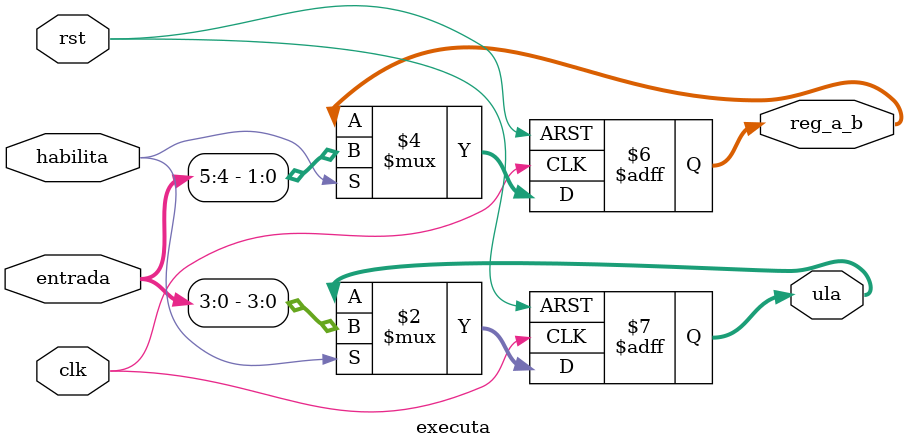
<source format=v>
module executa(clk, habilita, rst, entrada, reg_a_b, ula);

input wire clk, habilita, rst;
input wire [5:0] entrada;
output reg [1:0] reg_a_b;
output reg [3:0] ula;


always @(posedge clk or posedge rst)
begin

	if(rst)
	begin
		reg_a_b <= 2'b00;
		ula <= 4'b0000;
	end
	else
		if(habilita)
		begin
			reg_a_b <= entrada[5:4];
			ula <= entrada[3:0];
		end

end

endmodule
</source>
